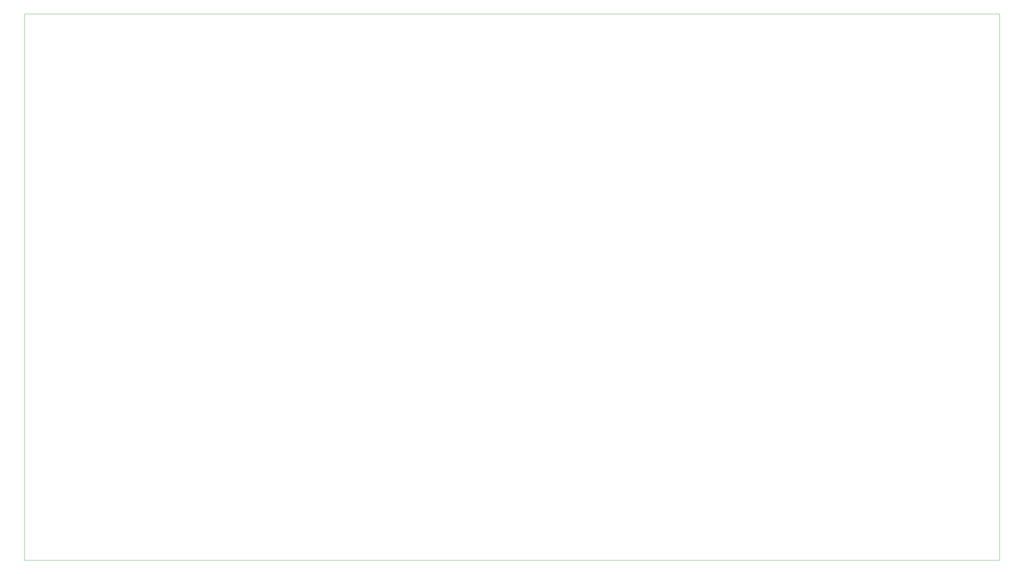
<source format=gbr>
%TF.GenerationSoftware,KiCad,Pcbnew,6.0.2+dfsg-1*%
%TF.CreationDate,2024-11-18T22:50:37+00:00*%
%TF.ProjectId,kb,6b622e6b-6963-4616-945f-706362585858,rev?*%
%TF.SameCoordinates,Original*%
%TF.FileFunction,Profile,NP*%
%FSLAX46Y46*%
G04 Gerber Fmt 4.6, Leading zero omitted, Abs format (unit mm)*
G04 Created by KiCad (PCBNEW 6.0.2+dfsg-1) date 2024-11-18 22:50:37*
%MOMM*%
%LPD*%
G01*
G04 APERTURE LIST*
%TA.AperFunction,Profile*%
%ADD10C,0.100000*%
%TD*%
G04 APERTURE END LIST*
D10*
X284988000Y-165100000D02*
X11938000Y-165100000D01*
X11938000Y-165100000D02*
X11938000Y-11938000D01*
X11938000Y-11938000D02*
X284988000Y-11938000D01*
X284988000Y-11938000D02*
X284988000Y-165100000D01*
M02*

</source>
